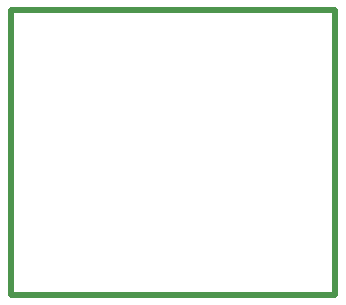
<source format=gko>
%FSLAX25Y25*%
%MOIN*%
G70*
G01*
G75*
G04 Layer_Color=16711935*
%ADD10C,0.02000*%
%ADD11C,0.04000*%
%ADD12R,0.02362X0.03347*%
%ADD13R,0.05118X0.03347*%
%ADD14R,0.03347X0.05118*%
%ADD15R,0.06299X0.02165*%
%ADD16R,0.04331X0.10236*%
%ADD17R,0.03740X0.05315*%
%ADD18R,0.05315X0.03740*%
%ADD19C,0.05000*%
%ADD20C,0.06700*%
%ADD21C,0.03000*%
%ADD22C,0.00700*%
%ADD23C,0.05906*%
%ADD24R,0.05906X0.05906*%
%ADD25C,0.03000*%
D10*
X0Y0D02*
Y95000D01*
Y0D02*
X108000D01*
Y95000D01*
X0D02*
X108000D01*
M02*

</source>
